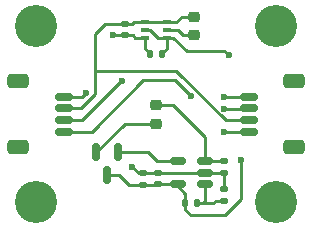
<source format=gtl>
%TF.GenerationSoftware,KiCad,Pcbnew,7.0.10-7.0.10~ubuntu22.04.1*%
%TF.CreationDate,2024-04-15T11:21:12-07:00*%
%TF.ProjectId,610nm_16mA,3631306e-6d5f-4313-966d-412e6b696361,rev?*%
%TF.SameCoordinates,Original*%
%TF.FileFunction,Copper,L1,Top*%
%TF.FilePolarity,Positive*%
%FSLAX46Y46*%
G04 Gerber Fmt 4.6, Leading zero omitted, Abs format (unit mm)*
G04 Created by KiCad (PCBNEW 7.0.10-7.0.10~ubuntu22.04.1) date 2024-04-15 11:21:12*
%MOMM*%
%LPD*%
G01*
G04 APERTURE LIST*
G04 Aperture macros list*
%AMRoundRect*
0 Rectangle with rounded corners*
0 $1 Rounding radius*
0 $2 $3 $4 $5 $6 $7 $8 $9 X,Y pos of 4 corners*
0 Add a 4 corners polygon primitive as box body*
4,1,4,$2,$3,$4,$5,$6,$7,$8,$9,$2,$3,0*
0 Add four circle primitives for the rounded corners*
1,1,$1+$1,$2,$3*
1,1,$1+$1,$4,$5*
1,1,$1+$1,$6,$7*
1,1,$1+$1,$8,$9*
0 Add four rect primitives between the rounded corners*
20,1,$1+$1,$2,$3,$4,$5,0*
20,1,$1+$1,$4,$5,$6,$7,0*
20,1,$1+$1,$6,$7,$8,$9,0*
20,1,$1+$1,$8,$9,$2,$3,0*%
G04 Aperture macros list end*
%TA.AperFunction,ComponentPad*%
%ADD10C,3.570000*%
%TD*%
%TA.AperFunction,SMDPad,CuDef*%
%ADD11RoundRect,0.218750X-0.256250X0.218750X-0.256250X-0.218750X0.256250X-0.218750X0.256250X0.218750X0*%
%TD*%
%TA.AperFunction,SMDPad,CuDef*%
%ADD12RoundRect,0.150000X-0.625000X0.150000X-0.625000X-0.150000X0.625000X-0.150000X0.625000X0.150000X0*%
%TD*%
%TA.AperFunction,SMDPad,CuDef*%
%ADD13RoundRect,0.250000X-0.650000X0.350000X-0.650000X-0.350000X0.650000X-0.350000X0.650000X0.350000X0*%
%TD*%
%TA.AperFunction,SMDPad,CuDef*%
%ADD14RoundRect,0.150000X0.625000X-0.150000X0.625000X0.150000X-0.625000X0.150000X-0.625000X-0.150000X0*%
%TD*%
%TA.AperFunction,SMDPad,CuDef*%
%ADD15RoundRect,0.250000X0.650000X-0.350000X0.650000X0.350000X-0.650000X0.350000X-0.650000X-0.350000X0*%
%TD*%
%TA.AperFunction,SMDPad,CuDef*%
%ADD16RoundRect,0.135000X-0.185000X0.135000X-0.185000X-0.135000X0.185000X-0.135000X0.185000X0.135000X0*%
%TD*%
%TA.AperFunction,SMDPad,CuDef*%
%ADD17RoundRect,0.150000X0.512500X0.150000X-0.512500X0.150000X-0.512500X-0.150000X0.512500X-0.150000X0*%
%TD*%
%TA.AperFunction,SMDPad,CuDef*%
%ADD18RoundRect,0.140000X0.170000X-0.140000X0.170000X0.140000X-0.170000X0.140000X-0.170000X-0.140000X0*%
%TD*%
%TA.AperFunction,SMDPad,CuDef*%
%ADD19RoundRect,0.135000X0.185000X-0.135000X0.185000X0.135000X-0.185000X0.135000X-0.185000X-0.135000X0*%
%TD*%
%TA.AperFunction,SMDPad,CuDef*%
%ADD20RoundRect,0.135000X-0.135000X-0.185000X0.135000X-0.185000X0.135000X0.185000X-0.135000X0.185000X0*%
%TD*%
%TA.AperFunction,SMDPad,CuDef*%
%ADD21R,0.650000X0.400000*%
%TD*%
%TA.AperFunction,SMDPad,CuDef*%
%ADD22RoundRect,0.150000X-0.150000X0.587500X-0.150000X-0.587500X0.150000X-0.587500X0.150000X0.587500X0*%
%TD*%
%TA.AperFunction,SMDPad,CuDef*%
%ADD23RoundRect,0.140000X-0.140000X-0.170000X0.140000X-0.170000X0.140000X0.170000X-0.140000X0.170000X0*%
%TD*%
%TA.AperFunction,ViaPad*%
%ADD24C,0.600000*%
%TD*%
%TA.AperFunction,Conductor*%
%ADD25C,0.250000*%
%TD*%
G04 APERTURE END LIST*
D10*
%TO.P,M1,~*%
%TO.N,N/C*%
X52540000Y-52540000D03*
%TD*%
%TO.P,M2,~*%
%TO.N,N/C*%
X72860000Y-52540000D03*
%TD*%
%TO.P,M3,~*%
%TO.N,N/C*%
X72860000Y-67460000D03*
%TD*%
%TO.P,M4,~*%
%TO.N,N/C*%
X52540000Y-67460000D03*
%TD*%
D11*
%TO.P,D1,1,K*%
%TO.N,Net-(D1-K)*%
X62700000Y-59212500D03*
%TO.P,D1,2,A*%
%TO.N,Net-(D1-A)*%
X62700000Y-60787500D03*
%TD*%
D12*
%TO.P,J1,1,Pin_1*%
%TO.N,GND*%
X54880000Y-58500000D03*
%TO.P,J1,2,Pin_2*%
%TO.N,/VIN*%
X54880000Y-59500000D03*
%TO.P,J1,3,Pin_3*%
%TO.N,/SDA*%
X54880000Y-60500000D03*
%TO.P,J1,4,Pin_4*%
%TO.N,/SCL*%
X54880000Y-61500000D03*
D13*
%TO.P,J1,MP*%
%TO.N,N/C*%
X51005000Y-57200000D03*
X51005000Y-62800000D03*
%TD*%
D14*
%TO.P,J2,1,Pin_1*%
%TO.N,GND*%
X70520000Y-61500000D03*
%TO.P,J2,2,Pin_2*%
%TO.N,/VIN*%
X70520000Y-60500000D03*
%TO.P,J2,3,Pin_3*%
%TO.N,/SDA*%
X70520000Y-59500000D03*
%TO.P,J2,4,Pin_4*%
%TO.N,/SCL*%
X70520000Y-58500000D03*
D15*
%TO.P,J2,MP*%
%TO.N,N/C*%
X74395000Y-62800000D03*
X74395000Y-57200000D03*
%TD*%
D16*
%TO.P,R1,1*%
%TO.N,Net-(D1-K)*%
X68427600Y-63982600D03*
%TO.P,R1,2*%
%TO.N,GND*%
X68427600Y-65002600D03*
%TD*%
D17*
%TO.P,U2,1,+*%
%TO.N,/Vset*%
X66795200Y-65881000D03*
%TO.P,U2,2,V-*%
%TO.N,GND*%
X66795200Y-64931000D03*
%TO.P,U2,3,-*%
%TO.N,Net-(D1-K)*%
X66795200Y-63981000D03*
%TO.P,U2,4*%
%TO.N,Net-(Q1-B)*%
X64520200Y-63981000D03*
%TO.P,U2,5,V+*%
%TO.N,/5V*%
X64520200Y-65881000D03*
%TD*%
D18*
%TO.P,C3,1*%
%TO.N,/5V*%
X62845200Y-65936000D03*
%TO.P,C3,2*%
%TO.N,GND*%
X62845200Y-64976000D03*
%TD*%
D19*
%TO.P,R3,1*%
%TO.N,/Vset*%
X68427600Y-67360800D03*
%TO.P,R3,2*%
%TO.N,GND*%
X68427600Y-66340800D03*
%TD*%
D11*
%TO.P,L1,1,1*%
%TO.N,/VIN*%
X65862200Y-51739700D03*
%TO.P,L1,2,2*%
%TO.N,/VL*%
X65862200Y-53314700D03*
%TD*%
D20*
%TO.P,R2,1*%
%TO.N,/5V*%
X65150200Y-67481000D03*
%TO.P,R2,2*%
%TO.N,/Vset*%
X66170200Y-67481000D03*
%TD*%
D18*
%TO.P,C1,1*%
%TO.N,GND*%
X60071000Y-53312000D03*
%TO.P,C1,2*%
%TO.N,/VIN*%
X60071000Y-52352000D03*
%TD*%
D21*
%TO.P,U1,1,VIN*%
%TO.N,/VIN*%
X61727000Y-52197000D03*
%TO.P,U1,2,FB*%
%TO.N,/5V*%
X61727000Y-52847000D03*
%TO.P,U1,3,GND*%
%TO.N,GND*%
X61727000Y-53497000D03*
%TO.P,U1,4,VOUT*%
%TO.N,/5V*%
X63627000Y-53497000D03*
%TO.P,U1,5,L*%
%TO.N,/VL*%
X63627000Y-52847000D03*
%TO.P,U1,6,EN*%
%TO.N,/VIN*%
X63627000Y-52197000D03*
%TD*%
D18*
%TO.P,C4,1*%
%TO.N,/5V*%
X61620200Y-65941000D03*
%TO.P,C4,2*%
%TO.N,GND*%
X61620200Y-64981000D03*
%TD*%
D22*
%TO.P,Q1,1,B*%
%TO.N,Net-(Q1-B)*%
X59500000Y-63225000D03*
%TO.P,Q1,2,E*%
%TO.N,Net-(D1-A)*%
X57600000Y-63225000D03*
%TO.P,Q1,3,C*%
%TO.N,/5V*%
X58550000Y-65100000D03*
%TD*%
D23*
%TO.P,C2,1*%
%TO.N,GND*%
X62209800Y-54864000D03*
%TO.P,C2,2*%
%TO.N,/5V*%
X63169800Y-54864000D03*
%TD*%
D24*
%TO.N,GND*%
X60680600Y-64439800D03*
X56718200Y-58166000D03*
X59080400Y-53314600D03*
X68453000Y-61493400D03*
%TO.N,/SCL*%
X68453000Y-58490000D03*
X65659000Y-58470800D03*
%TO.N,/SDA*%
X59791600Y-57200800D03*
X68472931Y-59517669D03*
%TO.N,/5V*%
X69900800Y-63881000D03*
X68830000Y-54990000D03*
%TD*%
D25*
%TO.N,GND*%
X61221800Y-64981000D02*
X60680600Y-64439800D01*
X68427600Y-65002600D02*
X68427600Y-66340800D01*
X60071000Y-53312000D02*
X60703400Y-53312000D01*
X60703400Y-53312000D02*
X60888400Y-53497000D01*
X62845200Y-64976000D02*
X61625200Y-64976000D01*
X68427600Y-65002600D02*
X67949000Y-65002600D01*
X70313400Y-61493400D02*
X70320000Y-61500000D01*
X62845200Y-64976000D02*
X63945200Y-64976000D01*
X67949000Y-65002600D02*
X67877400Y-64931000D01*
X68453000Y-61493400D02*
X70413400Y-61493400D01*
X59083000Y-53312000D02*
X59080400Y-53314600D01*
X56384200Y-58500000D02*
X54980000Y-58500000D01*
X70413400Y-61493400D02*
X70420000Y-61500000D01*
X56384200Y-58500000D02*
X56718200Y-58166000D01*
X70768400Y-61493400D02*
X70775000Y-61500000D01*
X70363400Y-61493400D02*
X70370000Y-61500000D01*
X61727000Y-54381200D02*
X62209800Y-54864000D01*
X61620200Y-64981000D02*
X61221800Y-64981000D01*
X66750200Y-64976000D02*
X66795200Y-64931000D01*
X60888400Y-53497000D02*
X61727000Y-53497000D01*
X67877400Y-64931000D02*
X66795200Y-64931000D01*
X60071000Y-53312000D02*
X59083000Y-53312000D01*
X61727000Y-53497000D02*
X61727000Y-54381200D01*
X63945200Y-64976000D02*
X66750200Y-64976000D01*
X61625200Y-64976000D02*
X61620200Y-64981000D01*
%TO.N,/VIN*%
X60652600Y-52352000D02*
X60807600Y-52197000D01*
X60071000Y-52352000D02*
X60652600Y-52352000D01*
X57556400Y-53162200D02*
X58366600Y-52352000D01*
X56324000Y-59500000D02*
X57556400Y-58267600D01*
X64871700Y-51739700D02*
X65862200Y-51739700D01*
X64414400Y-52197000D02*
X64871700Y-51739700D01*
X57556400Y-56337200D02*
X57556400Y-53162200D01*
X57566100Y-56327500D02*
X64399584Y-56327500D01*
X57556400Y-58267600D02*
X57556400Y-56337200D01*
X63627000Y-52197000D02*
X64414400Y-52197000D01*
X57556400Y-56337200D02*
X57566100Y-56327500D01*
X56324000Y-59500000D02*
X54980000Y-59500000D01*
X58366600Y-52352000D02*
X60071000Y-52352000D01*
X64399584Y-56327500D02*
X68572084Y-60500000D01*
X68572084Y-60500000D02*
X70420000Y-60500000D01*
X61727000Y-52197000D02*
X63627000Y-52197000D01*
X60807600Y-52197000D02*
X61727000Y-52197000D01*
%TO.N,/VL*%
X64531000Y-52847000D02*
X63627000Y-52847000D01*
X65862200Y-53314700D02*
X64998700Y-53314700D01*
X64998700Y-53314700D02*
X64531000Y-52847000D01*
%TO.N,/SCL*%
X57240000Y-61500000D02*
X54980000Y-61500000D01*
X61620000Y-57120000D02*
X57240000Y-61500000D01*
X68453000Y-58490000D02*
X70410000Y-58490000D01*
X70360000Y-58490000D02*
X70370000Y-58500000D01*
X70410000Y-58490000D02*
X70420000Y-58500000D01*
X65659000Y-58470800D02*
X64308200Y-57120000D01*
X70310000Y-58490000D02*
X70320000Y-58500000D01*
X64308200Y-57120000D02*
X61620000Y-57120000D01*
%TO.N,/SDA*%
X59791600Y-57200800D02*
X59740800Y-57200800D01*
X68472931Y-59517669D02*
X70402331Y-59517669D01*
X68472931Y-59517669D02*
X68490600Y-59500000D01*
X70402331Y-59517669D02*
X70420000Y-59500000D01*
X59740800Y-57200800D02*
X56441600Y-60500000D01*
X56441600Y-60500000D02*
X54980000Y-60500000D01*
X68472931Y-59517669D02*
X68455262Y-59500000D01*
X70352331Y-59517669D02*
X70370000Y-59500000D01*
%TO.N,/5V*%
X63627000Y-54406800D02*
X63169800Y-54864000D01*
X64520200Y-65881000D02*
X64520200Y-66081000D01*
X62840200Y-65941000D02*
X62845200Y-65936000D01*
X63545200Y-65936000D02*
X64465200Y-65936000D01*
X61620200Y-65941000D02*
X60403800Y-65941000D01*
X65608200Y-68554600D02*
X65150200Y-68096600D01*
X58550000Y-65100000D02*
X58550000Y-65585800D01*
X62845200Y-65936000D02*
X63545200Y-65936000D01*
X61727000Y-52847000D02*
X62194200Y-52847000D01*
X68554600Y-68529200D02*
X65633600Y-68529200D01*
X65150200Y-66711000D02*
X65150200Y-67481000D01*
X68475400Y-54635400D02*
X68830000Y-54990000D01*
X63627000Y-53497000D02*
X64139600Y-53497000D01*
X65278000Y-54635400D02*
X68475400Y-54635400D01*
X62194200Y-52847000D02*
X62844200Y-53497000D01*
X64520200Y-66081000D02*
X65150200Y-66711000D01*
X61620200Y-65941000D02*
X62840200Y-65941000D01*
X59562800Y-65100000D02*
X58550000Y-65100000D01*
X65633600Y-68529200D02*
X65608200Y-68554600D01*
X63627000Y-53497000D02*
X63627000Y-54406800D01*
X64139600Y-53497000D02*
X65278000Y-54635400D01*
X69900800Y-67183000D02*
X68554600Y-68529200D01*
X60403800Y-65941000D02*
X59562800Y-65100000D01*
X69900800Y-63881000D02*
X69900800Y-67183000D01*
X62844200Y-53497000D02*
X63627000Y-53497000D01*
X65150200Y-68096600D02*
X65150200Y-67481000D01*
X64465200Y-65936000D02*
X64520200Y-65881000D01*
%TO.N,Net-(D1-K)*%
X68426000Y-63981000D02*
X68427600Y-63982600D01*
X66802000Y-61925200D02*
X66802000Y-63347600D01*
X62700000Y-59212500D02*
X64089300Y-59212500D01*
X66795200Y-63981000D02*
X68426000Y-63981000D01*
X64089300Y-59212500D02*
X66802000Y-61925200D01*
X66795200Y-63354400D02*
X66795200Y-63981000D01*
X66802000Y-63347600D02*
X66795200Y-63354400D01*
%TO.N,Net-(D1-A)*%
X60037500Y-60787500D02*
X62700000Y-60787500D01*
X57600000Y-63225000D02*
X57600000Y-62560000D01*
X57600000Y-63225000D02*
X60037500Y-60787500D01*
%TO.N,Net-(Q1-B)*%
X62005800Y-63225000D02*
X59500000Y-63225000D01*
X59545000Y-63180000D02*
X59500000Y-63225000D01*
X64520200Y-63981000D02*
X62761800Y-63981000D01*
X62761800Y-63981000D02*
X62005800Y-63225000D01*
%TO.N,/Vset*%
X66795200Y-67346000D02*
X66660200Y-67481000D01*
X67716400Y-67360800D02*
X68427600Y-67360800D01*
X66795200Y-65881000D02*
X66795200Y-67196000D01*
X66522600Y-67481000D02*
X67596200Y-67481000D01*
X66522600Y-67481000D02*
X66170200Y-67481000D01*
X66795200Y-67196000D02*
X66795200Y-67346000D01*
X66660200Y-67481000D02*
X66522600Y-67481000D01*
X67596200Y-67481000D02*
X67716400Y-67360800D01*
%TD*%
M02*

</source>
